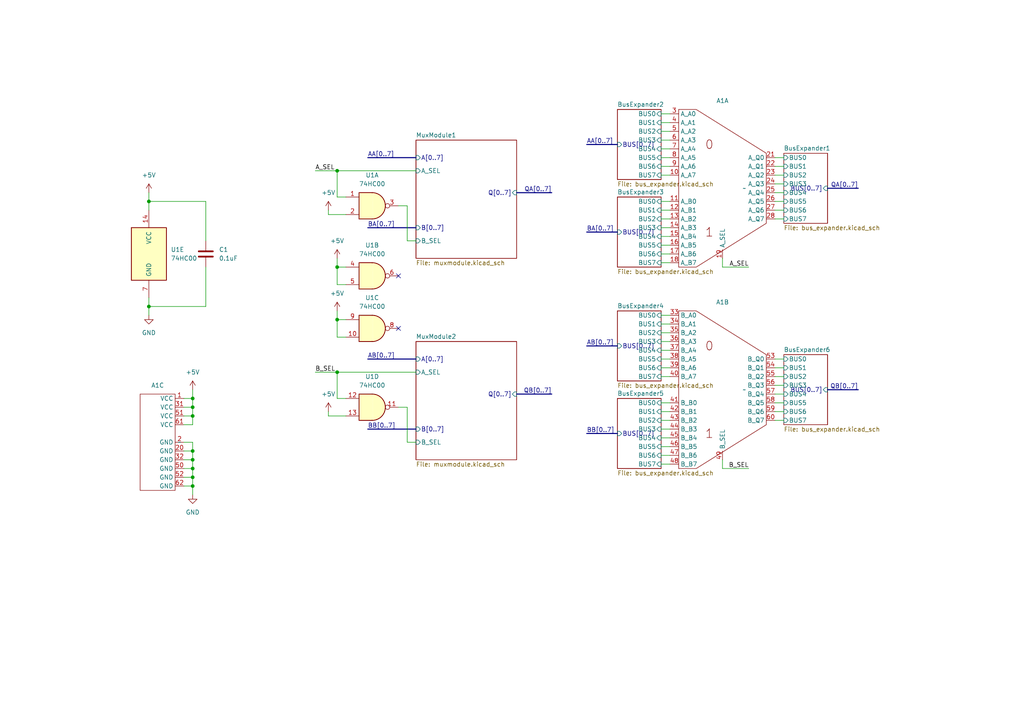
<source format=kicad_sch>
(kicad_sch (version 20230121) (generator eeschema)
  (paper "A4")
  (lib_symbols
    (symbol "74xx:74HC00" (pin_names (offset 1.016))
      (property "Reference" "U" (at 0 1.27 0))
      (property "Value" "74HC00" (at 0 -1.27 0))
      (symbol "74HC00_1_1"
        (arc (start 0 -3.81) (mid 3.7934 0) (end 0 3.81) (stroke (width 0.254)) (fill (type background)))
        (polyline (pts (xy 0 3.81) (xy -3.81 3.81) (xy -3.81 -3.81) (xy 0 -3.81)) (stroke (width 0.254)) (fill (type background)))
        (pin input line (at -7.62 2.54 0) (length 3.81) (name "~") (number "1"))
        (pin input line (at -7.62 -2.54 0) (length 3.81) (name "~") (number "2"))
        (pin output inverted (at 7.62 0 180) (length 3.81) (name "~") (number "3"))
      )
      (symbol "74HC00_1_2"
        (arc (start -3.81 -3.81) (mid -2.589 0) (end -3.81 3.81) (stroke (width 0.254)))
        (arc (start -0.6096 -3.81) (mid 2.1842 -2.5851) (end 3.81 0) (stroke (width 0.254)) (fill (type background)))
        (polyline (pts (xy -3.81 -3.81) (xy -0.635 -3.81)) (stroke (width 0.254)) (fill (type background)))
        (polyline (pts (xy -3.81 3.81) (xy -0.635 3.81)) (stroke (width 0.254)) (fill (type background)))
        (polyline (pts (xy -0.635 3.81) (xy -3.81 3.81) (xy -3.81 3.81) (xy -3.556 3.4036) (xy -3.0226 2.2606) (xy -2.6924 1.0414) (xy -2.6162 -0.254) (xy -2.7686 -1.4986) (xy -3.175 -2.7178) (xy -3.81 -3.81) (xy -3.81 -3.81) (xy -0.635 -3.81)) (stroke (width -25.4)) (fill (type background)))
        (arc (start 3.81 0) (mid 2.1915 2.5936) (end -0.6096 3.81) (stroke (width 0.254)) (fill (type background)))
        (pin input inverted (at -7.62 2.54 0) (length 4.318) (name "~") (number "1"))
        (pin input inverted (at -7.62 -2.54 0) (length 4.318) (name "~") (number "2"))
        (pin output line (at 7.62 0 180) (length 3.81) (name "~") (number "3"))
      )
      (symbol "74HC00_2_1"
        (arc (start 0 -3.81) (mid 3.7934 0) (end 0 3.81) (stroke (width 0.254)) (fill (type background)))
        (polyline (pts (xy 0 3.81) (xy -3.81 3.81) (xy -3.81 -3.81) (xy 0 -3.81)) (stroke (width 0.254)) (fill (type background)))
        (pin input line (at -7.62 2.54 0) (length 3.81) (name "~") (number "4"))
        (pin input line (at -7.62 -2.54 0) (length 3.81) (name "~") (number "5"))
        (pin output inverted (at 7.62 0 180) (length 3.81) (name "~") (number "6"))
      )
      (symbol "74HC00_2_2"
        (arc (start -3.81 -3.81) (mid -2.589 0) (end -3.81 3.81) (stroke (width 0.254)))
        (arc (start -0.6096 -3.81) (mid 2.1842 -2.5851) (end 3.81 0) (stroke (width 0.254)) (fill (type background)))
        (polyline (pts (xy -3.81 -3.81) (xy -0.635 -3.81)) (stroke (width 0.254)) (fill (type background)))
        (polyline (pts (xy -3.81 3.81) (xy -0.635 3.81)) (stroke (width 0.254)) (fill (type background)))
        (polyline (pts (xy -0.635 3.81) (xy -3.81 3.81) (xy -3.81 3.81) (xy -3.556 3.4036) (xy -3.0226 2.2606) (xy -2.6924 1.0414) (xy -2.6162 -0.254) (xy -2.7686 -1.4986) (xy -3.175 -2.7178) (xy -3.81 -3.81) (xy -3.81 -3.81) (xy -0.635 -3.81)) (stroke (width -25.4)) (fill (type background)))
        (arc (start 3.81 0) (mid 2.1915 2.5936) (end -0.6096 3.81) (stroke (width 0.254)) (fill (type background)))
        (pin input inverted (at -7.62 2.54 0) (length 4.318) (name "~") (number "4"))
        (pin input inverted (at -7.62 -2.54 0) (length 4.318) (name "~") (number "5"))
        (pin output line (at 7.62 0 180) (length 3.81) (name "~") (number "6"))
      )
      (symbol "74HC00_3_1"
        (arc (start 0 -3.81) (mid 3.7934 0) (end 0 3.81) (stroke (width 0.254)) (fill (type background)))
        (polyline (pts (xy 0 3.81) (xy -3.81 3.81) (xy -3.81 -3.81) (xy 0 -3.81)) (stroke (width 0.254)) (fill (type background)))
        (pin input line (at -7.62 -2.54 0) (length 3.81) (name "~") (number "10"))
        (pin output inverted (at 7.62 0 180) (length 3.81) (name "~") (number "8"))
        (pin input line (at -7.62 2.54 0) (length 3.81) (name "~") (number "9"))
      )
      (symbol "74HC00_3_2"
        (arc (start -3.81 -3.81) (mid -2.589 0) (end -3.81 3.81) (stroke (width 0.254)))
        (arc (start -0.6096 -3.81) (mid 2.1842 -2.5851) (end 3.81 0) (stroke (width 0.254)) (fill (type background)))
        (polyline (pts (xy -3.81 -3.81) (xy -0.635 -3.81)) (stroke (width 0.254)) (fill (type background)))
        (polyline (pts (xy -3.81 3.81) (xy -0.635 3.81)) (stroke (width 0.254)) (fill (type background)))
        (polyline (pts (xy -0.635 3.81) (xy -3.81 3.81) (xy -3.81 3.81) (xy -3.556 3.4036) (xy -3.0226 2.2606) (xy -2.6924 1.0414) (xy -2.6162 -0.254) (xy -2.7686 -1.4986) (xy -3.175 -2.7178) (xy -3.81 -3.81) (xy -3.81 -3.81) (xy -0.635 -3.81)) (stroke (width -25.4)) (fill (type background)))
        (arc (start 3.81 0) (mid 2.1915 2.5936) (end -0.6096 3.81) (stroke (width 0.254)) (fill (type background)))
        (pin input inverted (at -7.62 -2.54 0) (length 4.318) (name "~") (number "10"))
        (pin output line (at 7.62 0 180) (length 3.81) (name "~") (number "8"))
        (pin input inverted (at -7.62 2.54 0) (length 4.318) (name "~") (number "9"))
      )
      (symbol "74HC00_4_1"
        (arc (start 0 -3.81) (mid 3.7934 0) (end 0 3.81) (stroke (width 0.254)) (fill (type background)))
        (polyline (pts (xy 0 3.81) (xy -3.81 3.81) (xy -3.81 -3.81) (xy 0 -3.81)) (stroke (width 0.254)) (fill (type background)))
        (pin output inverted (at 7.62 0 180) (length 3.81) (name "~") (number "11"))
        (pin input line (at -7.62 2.54 0) (length 3.81) (name "~") (number "12"))
        (pin input line (at -7.62 -2.54 0) (length 3.81) (name "~") (number "13"))
      )
      (symbol "74HC00_4_2"
        (arc (start -3.81 -3.81) (mid -2.589 0) (end -3.81 3.81) (stroke (width 0.254)))
        (arc (start -0.6096 -3.81) (mid 2.1842 -2.5851) (end 3.81 0) (stroke (width 0.254)) (fill (type background)))
        (polyline (pts (xy -3.81 -3.81) (xy -0.635 -3.81)) (stroke (width 0.254)) (fill (type background)))
        (polyline (pts (xy -3.81 3.81) (xy -0.635 3.81)) (stroke (width 0.254)) (fill (type background)))
        (polyline (pts (xy -0.635 3.81) (xy -3.81 3.81) (xy -3.81 3.81) (xy -3.556 3.4036) (xy -3.0226 2.2606) (xy -2.6924 1.0414) (xy -2.6162 -0.254) (xy -2.7686 -1.4986) (xy -3.175 -2.7178) (xy -3.81 -3.81) (xy -3.81 -3.81) (xy -0.635 -3.81)) (stroke (width -25.4)) (fill (type background)))
        (arc (start 3.81 0) (mid 2.1915 2.5936) (end -0.6096 3.81) (stroke (width 0.254)) (fill (type background)))
        (pin output line (at 7.62 0 180) (length 3.81) (name "~") (number "11"))
        (pin input inverted (at -7.62 2.54 0) (length 4.318) (name "~") (number "12"))
        (pin input inverted (at -7.62 -2.54 0) (length 4.318) (name "~") (number "13"))
      )
      (symbol "74HC00_5_0"
        (pin power_in line (at 0 12.7 270) (length 5.08) (name "VCC") (number "14"))
        (pin power_in line (at 0 -12.7 90) (length 5.08) (name "GND") (number "7"))
      )
      (symbol "74HC00_5_1"
        (rectangle (start -5.08 7.62) (end 5.08 -7.62) (stroke (width 0.254)) (fill (type background)))
      )
    )
    (symbol "Connector_Nandy:Dual_Mux_CardEdge"
      (property "Reference" "A" (at 0 24.13 0))
      (symbol "Dual_Mux_CardEdge_1_1"
        (polyline (pts (xy -12.7 22.86) (xy -12.7 -22.86)))
        (polyline (pts (xy 12.7 10.16) (xy 12.7 -10.16)))
        (polyline (pts (xy 12.7 -10.16) (xy -7.62 -22.86) (xy -12.7 -22.86)))
        (polyline (pts (xy 12.7 10.16) (xy -7.62 22.86) (xy -12.7 22.86)))
        (text "0" (at -3.81 12.7 0) (effects (font (size 2.54 2.54))))
        (text "1" (at -3.81 -12.7 0) (effects (font (size 2.54 2.54))))
        (pin output line (at -15.24 3.81 0) (length 2.54) (name "A_A7") (number "10"))
        (pin output line (at -15.24 -3.81 0) (length 2.54) (name "A_B0") (number "11"))
        (pin output line (at -15.24 -6.35 0) (length 2.54) (name "A_B1") (number "12"))
        (pin output line (at -15.24 -8.89 0) (length 2.54) (name "A_B2") (number "13"))
        (pin output line (at -15.24 -11.43 0) (length 2.54) (name "A_B3") (number "14"))
        (pin output line (at -15.24 -13.97 0) (length 2.54) (name "A_B4") (number "15"))
        (pin output line (at -15.24 -16.51 0) (length 2.54) (name "A_B5") (number "16"))
        (pin output line (at -15.24 -19.05 0) (length 2.54) (name "A_B6") (number "17"))
        (pin output line (at -15.24 -21.59 0) (length 2.54) (name "A_B7") (number "18"))
        (pin output line (at 0 -20.32 90) (length 2.54) (name "A_SEL") (number "19"))
        (pin input line (at 15.24 8.89 180) (length 2.54) (name "A_Q0") (number "21"))
        (pin input line (at 15.24 6.35 180) (length 2.54) (name "A_Q1") (number "22"))
        (pin input line (at 15.24 3.81 180) (length 2.54) (name "A_Q2") (number "23"))
        (pin input line (at 15.24 1.27 180) (length 2.54) (name "A_Q3") (number "24"))
        (pin input line (at 15.24 -1.27 180) (length 2.54) (name "A_Q4") (number "25"))
        (pin input line (at 15.24 -3.81 180) (length 2.54) (name "A_Q5") (number "26"))
        (pin input line (at 15.24 -6.35 180) (length 2.54) (name "A_Q6") (number "27"))
        (pin input line (at 15.24 -8.89 180) (length 2.54) (name "A_Q7") (number "28"))
        (pin output line (at -15.24 21.59 0) (length 2.54) (name "A_A0") (number "3"))
        (pin output line (at -15.24 19.05 0) (length 2.54) (name "A_A1") (number "4"))
        (pin output line (at -15.24 16.51 0) (length 2.54) (name "A_A2") (number "5"))
        (pin output line (at -15.24 13.97 0) (length 2.54) (name "A_A3") (number "6"))
        (pin output line (at -15.24 11.43 0) (length 2.54) (name "A_A4") (number "7"))
        (pin output line (at -15.24 8.89 0) (length 2.54) (name "A_A5") (number "8"))
        (pin output line (at -15.24 6.35 0) (length 2.54) (name "A_A6") (number "9"))
      )
      (symbol "Dual_Mux_CardEdge_2_1"
        (polyline (pts (xy -12.7 22.86) (xy -12.7 -22.86)))
        (polyline (pts (xy 12.7 10.16) (xy 12.7 -10.16)))
        (polyline (pts (xy 12.7 -10.16) (xy -7.62 -22.86) (xy -12.7 -22.86)))
        (polyline (pts (xy 12.7 10.16) (xy -7.62 22.86) (xy -12.7 22.86)))
        (text "0" (at -3.81 12.7 0) (effects (font (size 2.54 2.54))))
        (text "1" (at -3.81 -12.7 0) (effects (font (size 2.54 2.54))))
        (pin output line (at -15.24 21.59 0) (length 2.54) (name "B_A0") (number "33"))
        (pin output line (at -15.24 19.05 0) (length 2.54) (name "B_A1") (number "34"))
        (pin output line (at -15.24 16.51 0) (length 2.54) (name "B_A2") (number "35"))
        (pin output line (at -15.24 13.97 0) (length 2.54) (name "B_A3") (number "36"))
        (pin output line (at -15.24 11.43 0) (length 2.54) (name "B_A4") (number "37"))
        (pin output line (at -15.24 8.89 0) (length 2.54) (name "B_A5") (number "38"))
        (pin output line (at -15.24 6.35 0) (length 2.54) (name "B_A6") (number "39"))
        (pin output line (at -15.24 3.81 0) (length 2.54) (name "B_A7") (number "40"))
        (pin output line (at -15.24 -3.81 0) (length 2.54) (name "B_B0") (number "41"))
        (pin output line (at -15.24 -6.35 0) (length 2.54) (name "B_B1") (number "42"))
        (pin output line (at -15.24 -8.89 0) (length 2.54) (name "B_B2") (number "43"))
        (pin output line (at -15.24 -11.43 0) (length 2.54) (name "B_B3") (number "44"))
        (pin output line (at -15.24 -13.97 0) (length 2.54) (name "B_B4") (number "45"))
        (pin output line (at -15.24 -16.51 0) (length 2.54) (name "B_B5") (number "46"))
        (pin output line (at -15.24 -19.05 0) (length 2.54) (name "B_B6") (number "47"))
        (pin output line (at -15.24 -21.59 0) (length 2.54) (name "B_B7") (number "48"))
        (pin output line (at 0 -20.32 90) (length 2.54) (name "B_SEL") (number "49"))
        (pin input line (at 15.24 8.89 180) (length 2.54) (name "B_Q0") (number "53"))
        (pin input line (at 15.24 6.35 180) (length 2.54) (name "B_Q1") (number "54"))
        (pin input line (at 15.24 3.81 180) (length 2.54) (name "B_Q2") (number "55"))
        (pin input line (at 15.24 1.27 180) (length 2.54) (name "B_Q3") (number "56"))
        (pin input line (at 15.24 -1.27 180) (length 2.54) (name "B_Q4") (number "57"))
        (pin input line (at 15.24 -3.81 180) (length 2.54) (name "B_Q5") (number "58"))
        (pin input line (at 15.24 -6.35 180) (length 2.54) (name "B_Q6") (number "59"))
        (pin input line (at 15.24 -8.89 180) (length 2.54) (name "B_Q7") (number "60"))
      )
      (symbol "Dual_Mux_CardEdge_3_1"
        (rectangle (start -5.08 13.97) (end 5.08 -13.97))
        (pin power_out line (at 7.62 12.7 180) (length 2.54) (name "VCC") (number "1"))
        (pin power_out line (at 7.62 0 180) (length 2.54) (name "GND") (number "2"))
        (pin passive line (at 7.62 -2.54 180) (length 2.54) (name "GND") (number "20"))
        (pin passive line (at 7.62 10.16 180) (length 2.54) (name "VCC") (number "31"))
        (pin passive line (at 7.62 -5.08 180) (length 2.54) (name "GND") (number "32"))
        (pin passive line (at 7.62 -7.62 180) (length 2.54) (name "GND") (number "50"))
        (pin passive line (at 7.62 7.62 180) (length 2.54) (name "VCC") (number "51"))
        (pin passive line (at 7.62 -10.16 180) (length 2.54) (name "GND") (number "52"))
        (pin passive line (at 7.62 5.08 180) (length 2.54) (name "VCC") (number "61"))
        (pin passive line (at 7.62 -12.7 180) (length 2.54) (name "GND") (number "62"))
      )
    )
    (symbol "Device:C" (pin_numbers hide) (pin_names (offset 0.254))
      (property "Reference" "C" (at 0.635 2.54 0))
      (property "Value" "C" (at 0.635 -2.54 0))
      (symbol "C_0_1"
        (polyline (pts (xy -2.032 -0.762) (xy 2.032 -0.762)) (stroke (width 0.508)))
        (polyline (pts (xy -2.032 0.762) (xy 2.032 0.762)) (stroke (width 0.508)))
      )
      (symbol "C_1_1"
        (pin passive line (at 0 3.81 270) (length 2.794) (name "~") (number "1"))
        (pin passive line (at 0 -3.81 90) (length 2.794) (name "~") (number "2"))
      )
    )
    (symbol "power:+5V" (power) (pin_names (offset 0))
      (property "Value" "+5V" (at 0 3.556 0))
      (symbol "+5V_0_1"
        (polyline (pts (xy -0.762 1.27) (xy 0 2.54)))
        (polyline (pts (xy 0 0) (xy 0 2.54)))
        (polyline (pts (xy 0 2.54) (xy 0.762 1.27)))
      )
      (symbol "+5V_1_1"
        (pin power_in line (at 0 0 90) (length 0) hide (name "+5V") (number "1"))
      )
    )
    (symbol "power:GND" (power) (pin_names (offset 0))
      (property "Value" "GND" (at 0 -3.81 0))
      (symbol "GND_0_1"
        (polyline (pts (xy 0 0) (xy 0 -1.27) (xy 1.27 -1.27) (xy 0 -2.54) (xy -1.27 -1.27) (xy 0 -1.27)))
      )
      (symbol "GND_1_1"
        (pin power_in line (at 0 0 270) (length 0) hide (name "GND") (number "1"))
      )
    )
  )
  (junction (at 55.88 138.43))
  (junction (at 97.79 49.53))
  (junction (at 55.88 130.81))
  (junction (at 55.88 140.97))
  (junction (at 97.79 77.47))
  (junction (at 55.88 118.11))
  (junction (at 97.79 92.71))
  (junction (at 55.88 133.35))
  (junction (at 97.79 107.95))
  (junction (at 43.18 88.9))
  (junction (at 55.88 120.65))
  (junction (at 55.88 135.89))
  (junction (at 55.88 115.57))
  (junction (at 43.18 58.42))
  (no_connect (at 115.57 80.01))
  (no_connect (at 115.57 95.25))
  (wire (pts (xy 95.25 120.65) (xy 95.25 119.38)))
  (wire (pts (xy 191.77 132.08) (xy 194.31 132.08)))
  (wire (pts (xy 53.34 135.89) (xy 55.88 135.89)))
  (wire (pts (xy 115.57 59.69) (xy 118.11 59.69)))
  (wire (pts (xy 55.88 140.97) (xy 55.88 138.43)))
  (wire (pts (xy 55.88 118.11) (xy 55.88 115.57)))
  (bus (pts (xy 170.18 67.31) (xy 179.07 67.31)))
  (wire (pts (xy 191.77 109.22) (xy 194.31 109.22)))
  (wire (pts (xy 224.79 63.5) (xy 227.33 63.5)))
  (wire (pts (xy 55.88 123.19) (xy 55.88 120.65)))
  (wire (pts (xy 118.11 118.11) (xy 118.11 128.27)))
  (wire (pts (xy 224.79 109.22) (xy 227.33 109.22)))
  (wire (pts (xy 209.55 74.93) (xy 209.55 77.47)))
  (wire (pts (xy 191.77 106.68) (xy 194.31 106.68)))
  (wire (pts (xy 224.79 116.84) (xy 227.33 116.84)))
  (wire (pts (xy 224.79 48.26) (xy 227.33 48.26)))
  (wire (pts (xy 100.33 115.57) (xy 97.79 115.57)))
  (wire (pts (xy 191.77 99.06) (xy 194.31 99.06)))
  (wire (pts (xy 191.77 121.92) (xy 194.31 121.92)))
  (wire (pts (xy 191.77 68.58) (xy 194.31 68.58)))
  (wire (pts (xy 224.79 119.38) (xy 227.33 119.38)))
  (wire (pts (xy 191.77 50.8) (xy 194.31 50.8)))
  (wire (pts (xy 191.77 119.38) (xy 194.31 119.38)))
  (wire (pts (xy 120.65 107.95) (xy 97.79 107.95)))
  (wire (pts (xy 118.11 59.69) (xy 118.11 69.85)))
  (wire (pts (xy 224.79 104.14) (xy 227.33 104.14)))
  (wire (pts (xy 97.79 49.53) (xy 97.79 57.15)))
  (wire (pts (xy 97.79 92.71) (xy 100.33 92.71)))
  (bus (pts (xy 240.03 113.03) (xy 248.92 113.03)))
  (bus (pts (xy 240.03 54.61) (xy 248.92 54.61)))
  (wire (pts (xy 191.77 66.04) (xy 194.31 66.04)))
  (wire (pts (xy 55.88 133.35) (xy 55.88 130.81)))
  (wire (pts (xy 53.34 118.11) (xy 55.88 118.11)))
  (wire (pts (xy 224.79 58.42) (xy 227.33 58.42)))
  (wire (pts (xy 53.34 140.97) (xy 55.88 140.97)))
  (wire (pts (xy 191.77 45.72) (xy 194.31 45.72)))
  (wire (pts (xy 224.79 55.88) (xy 227.33 55.88)))
  (wire (pts (xy 53.34 120.65) (xy 55.88 120.65)))
  (bus (pts (xy 170.18 125.73) (xy 179.07 125.73)))
  (wire (pts (xy 59.69 58.42) (xy 43.18 58.42)))
  (wire (pts (xy 43.18 55.88) (xy 43.18 58.42)))
  (wire (pts (xy 55.88 130.81) (xy 53.34 130.81)))
  (wire (pts (xy 55.88 128.27) (xy 55.88 130.81)))
  (wire (pts (xy 224.79 106.68) (xy 227.33 106.68)))
  (bus (pts (xy 106.68 45.72) (xy 120.65 45.72)))
  (bus (pts (xy 170.18 41.91) (xy 179.07 41.91)))
  (wire (pts (xy 209.55 133.35) (xy 209.55 135.89)))
  (wire (pts (xy 224.79 60.96) (xy 227.33 60.96)))
  (wire (pts (xy 191.77 116.84) (xy 194.31 116.84)))
  (wire (pts (xy 55.88 115.57) (xy 55.88 113.03)))
  (wire (pts (xy 59.69 77.47) (xy 59.69 88.9)))
  (wire (pts (xy 100.33 97.79) (xy 97.79 97.79)))
  (wire (pts (xy 191.77 134.62) (xy 194.31 134.62)))
  (bus (pts (xy 106.68 66.04) (xy 120.65 66.04)))
  (wire (pts (xy 191.77 63.5) (xy 194.31 63.5)))
  (bus (pts (xy 106.68 124.46) (xy 120.65 124.46)))
  (wire (pts (xy 191.77 43.18) (xy 194.31 43.18)))
  (wire (pts (xy 59.69 88.9) (xy 43.18 88.9)))
  (wire (pts (xy 191.77 93.98) (xy 194.31 93.98)))
  (wire (pts (xy 224.79 45.72) (xy 227.33 45.72)))
  (wire (pts (xy 191.77 58.42) (xy 194.31 58.42)))
  (wire (pts (xy 97.79 77.47) (xy 97.79 74.93)))
  (wire (pts (xy 209.55 77.47) (xy 217.17 77.47)))
  (wire (pts (xy 115.57 118.11) (xy 118.11 118.11)))
  (wire (pts (xy 43.18 58.42) (xy 43.18 60.96)))
  (wire (pts (xy 97.79 82.55) (xy 97.79 77.47)))
  (wire (pts (xy 95.25 62.23) (xy 95.25 60.96)))
  (wire (pts (xy 97.79 90.17) (xy 97.79 92.71)))
  (wire (pts (xy 191.77 91.44) (xy 194.31 91.44)))
  (wire (pts (xy 53.34 133.35) (xy 55.88 133.35)))
  (wire (pts (xy 55.88 138.43) (xy 55.88 135.89)))
  (wire (pts (xy 118.11 69.85) (xy 120.65 69.85)))
  (wire (pts (xy 55.88 143.51) (xy 55.88 140.97)))
  (wire (pts (xy 43.18 88.9) (xy 43.18 91.44)))
  (wire (pts (xy 97.79 49.53) (xy 120.65 49.53)))
  (wire (pts (xy 191.77 40.64) (xy 194.31 40.64)))
  (wire (pts (xy 224.79 111.76) (xy 227.33 111.76)))
  (wire (pts (xy 191.77 96.52) (xy 194.31 96.52)))
  (wire (pts (xy 118.11 128.27) (xy 120.65 128.27)))
  (wire (pts (xy 224.79 53.34) (xy 227.33 53.34)))
  (wire (pts (xy 191.77 129.54) (xy 194.31 129.54)))
  (wire (pts (xy 97.79 97.79) (xy 97.79 92.71)))
  (wire (pts (xy 224.79 50.8) (xy 227.33 50.8)))
  (wire (pts (xy 55.88 120.65) (xy 55.88 118.11)))
  (wire (pts (xy 191.77 76.2) (xy 194.31 76.2)))
  (wire (pts (xy 191.77 73.66) (xy 194.31 73.66)))
  (wire (pts (xy 53.34 128.27) (xy 55.88 128.27)))
  (wire (pts (xy 224.79 114.3) (xy 227.33 114.3)))
  (wire (pts (xy 97.79 115.57) (xy 97.79 107.95)))
  (wire (pts (xy 191.77 104.14) (xy 194.31 104.14)))
  (wire (pts (xy 97.79 57.15) (xy 100.33 57.15)))
  (wire (pts (xy 191.77 127) (xy 194.31 127)))
  (wire (pts (xy 224.79 121.92) (xy 227.33 121.92)))
  (wire (pts (xy 191.77 124.46) (xy 194.31 124.46)))
  (bus (pts (xy 170.18 100.33) (xy 179.07 100.33)))
  (wire (pts (xy 59.69 69.85) (xy 59.69 58.42)))
  (wire (pts (xy 100.33 62.23) (xy 95.25 62.23)))
  (wire (pts (xy 53.34 138.43) (xy 55.88 138.43)))
  (wire (pts (xy 100.33 120.65) (xy 95.25 120.65)))
  (wire (pts (xy 91.44 49.53) (xy 97.79 49.53)))
  (wire (pts (xy 209.55 135.89) (xy 217.17 135.89)))
  (bus (pts (xy 149.86 55.88) (xy 160.02 55.88)))
  (wire (pts (xy 97.79 77.47) (xy 100.33 77.47)))
  (wire (pts (xy 43.18 88.9) (xy 43.18 86.36)))
  (wire (pts (xy 191.77 101.6) (xy 194.31 101.6)))
  (wire (pts (xy 191.77 33.02) (xy 194.31 33.02)))
  (wire (pts (xy 91.44 107.95) (xy 97.79 107.95)))
  (wire (pts (xy 191.77 60.96) (xy 194.31 60.96)))
  (wire (pts (xy 53.34 123.19) (xy 55.88 123.19)))
  (wire (pts (xy 191.77 35.56) (xy 194.31 35.56)))
  (wire (pts (xy 191.77 48.26) (xy 194.31 48.26)))
  (wire (pts (xy 191.77 71.12) (xy 194.31 71.12)))
  (bus (pts (xy 149.86 114.3) (xy 160.02 114.3)))
  (wire (pts (xy 191.77 38.1) (xy 194.31 38.1)))
  (bus (pts (xy 106.68 104.14) (xy 120.65 104.14)))
  (wire (pts (xy 53.34 115.57) (xy 55.88 115.57)))
  (wire (pts (xy 100.33 82.55) (xy 97.79 82.55)))
  (wire (pts (xy 55.88 135.89) (xy 55.88 133.35)))
  (label "BA[0..7]" (at 106.68 66.04 0))
  (label "BB[0..7]" (at 106.68 124.46 0))
  (label "BB[0..7]" (at 170.18 125.73 0))
  (label "A_SEL" (at 91.44 49.53 0))
  (label "A_SEL" (at 217.17 77.47 180))
  (label "AA[0..7]" (at 106.68 45.72 0))
  (label "QB[0..7]" (at 160.02 114.3 180))
  (label "B_SEL" (at 91.44 107.95 0))
  (label "AA[0..7]" (at 170.18 41.91 0))
  (label "B_SEL" (at 217.17 135.89 180))
  (label "QB[0..7]" (at 248.92 113.03 180))
  (label "AB[0..7]" (at 170.18 100.33 0))
  (label "BA[0..7]" (at 170.18 67.31 0))
  (label "QA[0..7]" (at 248.92 54.61 180))
  (label "AB[0..7]" (at 106.68 104.14 0))
  (label "QA[0..7]" (at 160.02 55.88 180))
  (symbol (lib_id "74xx:74HC00") (at 107.95 118.11 0) (unit 4)
    (property "Reference" "U1" (at 107.9417 109.22 0))
    (property "Value" "74HC00" (at 107.9417 111.76 0))
    (property "Footprint" "Package_DIP:DIP-14_W7.62mm_Socket" (effects hide))
    (property "Datasheet" "http://www.ti.com/lit/gpn/sn74hc00" (effects hide))
  )
  (symbol (lib_id "74xx:74HC00") (at 43.18 73.66 0) (unit 5)
    (property "Reference" "U1" (at 49.53 72.39 0) (effects (justify left)))
    (property "Value" "74HC00" (at 49.53 74.93 0) (effects (justify left)))
    (property "Footprint" "Package_DIP:DIP-14_W7.62mm_Socket" (effects hide))
    (property "Datasheet" "http://www.ti.com/lit/gpn/sn74hc00" (effects hide))
  )
  (symbol (lib_id "power:+5V") (at 95.25 119.38 0) (unit 1)
    (property "Reference" "#PWR04" (effects hide))
    (property "Value" "+5V" (at 95.25 114.3 0))
  )
  (symbol (lib_id "Device:C") (at 59.69 73.66 0) (unit 1)
    (property "Reference" "C1" (at 63.5 72.3899 0) (effects (justify left)))
    (property "Value" "0.1uF" (at 63.5 74.9299 0) (effects (justify left)))
    (property "Footprint" "Capacitor_THT:C_Disc_D4.3mm_W1.9mm_P5.00mm" (effects hide))
  )
  (symbol (lib_id "74xx:74HC00") (at 107.95 95.25 0) (unit 3)
    (property "Reference" "U1" (at 107.9417 86.36 0))
    (property "Value" "74HC00" (at 107.9417 88.9 0))
    (property "Footprint" "Package_DIP:DIP-14_W7.62mm_Socket" (effects hide))
    (property "Datasheet" "http://www.ti.com/lit/gpn/sn74hc00" (effects hide))
  )
  (symbol (lib_id "power:+5V") (at 95.25 60.96 0) (unit 1)
    (property "Reference" "#PWR03" (effects hide))
    (property "Value" "+5V" (at 95.25 55.88 0))
  )
  (symbol (lib_id "power:+5V") (at 55.88 113.03 0) (unit 1)
    (property "Reference" "#PWR031" (effects hide))
    (property "Value" "+5V" (at 55.88 107.95 0))
  )
  (symbol (lib_id "74xx:74HC00") (at 107.95 80.01 0) (unit 2)
    (property "Reference" "U1" (at 107.9417 71.12 0))
    (property "Value" "74HC00" (at 107.9417 73.66 0))
    (property "Footprint" "Package_DIP:DIP-14_W7.62mm_Socket" (effects hide))
    (property "Datasheet" "http://www.ti.com/lit/gpn/sn74hc00" (effects hide))
  )
  (symbol (lib_id "74xx:74HC00") (at 107.95 59.69 0) (unit 1)
    (property "Reference" "U1" (at 107.9417 50.8 0))
    (property "Value" "74HC00" (at 107.9417 53.34 0))
    (property "Footprint" "Package_DIP:DIP-14_W7.62mm_Socket" (effects hide))
    (property "Datasheet" "http://www.ti.com/lit/gpn/sn74hc00" (effects hide))
  )
  (symbol (lib_id "power:+5V") (at 43.18 55.88 0) (unit 1)
    (property "Reference" "#PWR01" (effects hide))
    (property "Value" "+5V" (at 43.18 50.8 0))
  )
  (symbol (lib_id "power:GND") (at 55.88 143.51 0) (unit 1)
    (property "Reference" "#PWR032" (effects hide))
    (property "Value" "GND" (at 55.88 148.59 0))
  )
  (symbol (lib_id "Connector_Nandy:Dual_Mux_CardEdge") (at 45.72 128.27 0) (unit 3)
    (property "Reference" "A1" (at 45.72 111.76 0))
    (property "Value" "~" (at 52.07 128.27 0))
  )
  (symbol (lib_id "power:+5V") (at 97.79 90.17 0) (unit 1)
    (property "Reference" "#PWR06" (effects hide))
    (property "Value" "+5V" (at 97.79 85.09 0))
  )
  (symbol (lib_id "Connector_Nandy:Dual_Mux_CardEdge") (at 209.55 113.03 0) (unit 2)
    (property "Reference" "A1" (at 209.55 87.63 0))
    (property "Value" "~" (at 215.9 113.03 0))
  )
  (symbol (lib_id "power:+5V") (at 97.79 74.93 0) (unit 1)
    (property "Reference" "#PWR05" (effects hide))
    (property "Value" "+5V" (at 97.79 69.85 0))
  )
  (symbol (lib_id "Connector_Nandy:Dual_Mux_CardEdge") (at 209.55 54.61 0) (unit 1)
    (property "Reference" "A1" (at 209.55 29.21 0))
    (property "Value" "~" (at 215.9 54.61 0))
  )
  (symbol (lib_id "power:GND") (at 43.18 91.44 0) (unit 1)
    (property "Reference" "#PWR02" (effects hide))
    (property "Value" "GND" (at 43.18 96.52 0))
  )
  (sheet (at 120.65 99.06) (size 29.21 34.29) (stroke (width 0.1524))
    (property "Sheetname" "MuxModule2" (at 120.65 98.3484 0) (effects (justify left bottom)))
    (property "Sheetfile" "muxmodule.kicad_sch" (at 120.65 133.9346 0) (effects (justify left top)))
    (pin "B_SEL" input (at 120.65 128.27 180))
    (pin "A_SEL" input (at 120.65 107.95 180))
    (pin "A[0..7]" input (at 120.65 104.14 180))
    (pin "B[0..7]" input (at 120.65 124.46 180))
    (pin "Q[0..7]" input (at 149.86 114.3 0))
  )
  (sheet (at 179.07 31.75) (size 12.7 20.32) (stroke (width 0.1524))
    (property "Sheetname" "BusExpander2" (at 179.07 31.0384 0) (effects (justify left bottom)))
    (property "Sheetfile" "bus_expander.kicad_sch" (at 179.07 52.6546 0) (effects (justify left top)))
    (pin "BUS[0..7]" input (at 179.07 41.91 180))
    (pin "BUS4" input (at 191.77 43.18 0))
    (pin "BUS5" input (at 191.77 45.72 0))
    (pin "BUS6" input (at 191.77 48.26 0))
    (pin "BUS7" input (at 191.77 50.8 0))
    (pin "BUS0" input (at 191.77 33.02 0))
    (pin "BUS1" input (at 191.77 35.56 0))
    (pin "BUS3" input (at 191.77 40.64 0))
    (pin "BUS2" input (at 191.77 38.1 0))
  )
  (sheet (at 179.07 57.15) (size 12.7 20.32) (stroke (width 0.1524))
    (property "Sheetname" "BusExpander3" (at 179.07 56.4384 0) (effects (justify left bottom)))
    (property "Sheetfile" "bus_expander.kicad_sch" (at 179.07 78.0546 0) (effects (justify left top)))
    (pin "BUS[0..7]" input (at 179.07 67.31 180))
    (pin "BUS4" input (at 191.77 68.58 0))
    (pin "BUS5" input (at 191.77 71.12 0))
    (pin "BUS6" input (at 191.77 73.66 0))
    (pin "BUS7" input (at 191.77 76.2 0))
    (pin "BUS0" input (at 191.77 58.42 0))
    (pin "BUS1" input (at 191.77 60.96 0))
    (pin "BUS3" input (at 191.77 66.04 0))
    (pin "BUS2" input (at 191.77 63.5 0))
  )
  (sheet (at 120.65 40.64) (size 29.21 34.29) (stroke (width 0.1524))
    (property "Sheetname" "MuxModule1" (at 120.65 39.9284 0) (effects (justify left bottom)))
    (property "Sheetfile" "muxmodule.kicad_sch" (at 120.65 75.5146 0) (effects (justify left top)))
    (pin "B_SEL" input (at 120.65 69.85 180))
    (pin "A_SEL" input (at 120.65 49.53 180))
    (pin "A[0..7]" input (at 120.65 45.72 180))
    (pin "B[0..7]" input (at 120.65 66.04 180))
    (pin "Q[0..7]" input (at 149.86 55.88 0))
  )
  (sheet (at 179.07 90.17) (size 12.7 20.32) (stroke (width 0.1524))
    (property "Sheetname" "BusExpander4" (at 179.07 89.4584 0) (effects (justify left bottom)))
    (property "Sheetfile" "bus_expander.kicad_sch" (at 179.07 111.0746 0) (effects (justify left top)))
    (pin "BUS[0..7]" input (at 179.07 100.33 180))
    (pin "BUS4" input (at 191.77 101.6 0))
    (pin "BUS5" input (at 191.77 104.14 0))
    (pin "BUS6" input (at 191.77 106.68 0))
    (pin "BUS7" input (at 191.77 109.22 0))
    (pin "BUS0" input (at 191.77 91.44 0))
    (pin "BUS1" input (at 191.77 93.98 0))
    (pin "BUS3" input (at 191.77 99.06 0))
    (pin "BUS2" input (at 191.77 96.52 0))
  )
  (sheet (at 227.33 44.45) (size 12.7 20.32) (stroke (width 0.1524))
    (property "Sheetname" "BusExpander1" (at 227.33 43.7384 0) (effects (justify left bottom)))
    (property "Sheetfile" "bus_expander.kicad_sch" (at 227.33 65.3546 0) (effects (justify left top)))
    (pin "BUS[0..7]" input (at 240.03 54.61 0))
    (pin "BUS4" input (at 227.33 55.88 180))
    (pin "BUS5" input (at 227.33 58.42 180))
    (pin "BUS6" input (at 227.33 60.96 180))
    (pin "BUS7" input (at 227.33 63.5 180))
    (pin "BUS0" input (at 227.33 45.72 180))
    (pin "BUS1" input (at 227.33 48.26 180))
    (pin "BUS3" input (at 227.33 53.34 180))
    (pin "BUS2" input (at 227.33 50.8 180))
  )
  (sheet (at 227.33 102.87) (size 12.7 20.32) (stroke (width 0.1524))
    (property "Sheetname" "BusExpander6" (at 227.33 102.1584 0) (effects (justify left bottom)))
    (property "Sheetfile" "bus_expander.kicad_sch" (at 227.33 123.7746 0) (effects (justify left top)))
    (pin "BUS[0..7]" input (at 240.03 113.03 0))
    (pin "BUS4" input (at 227.33 114.3 180))
    (pin "BUS5" input (at 227.33 116.84 180))
    (pin "BUS6" input (at 227.33 119.38 180))
    (pin "BUS7" input (at 227.33 121.92 180))
    (pin "BUS0" input (at 227.33 104.14 180))
    (pin "BUS1" input (at 227.33 106.68 180))
    (pin "BUS3" input (at 227.33 111.76 180))
    (pin "BUS2" input (at 227.33 109.22 180))
  )
  (sheet (at 179.07 115.57) (size 12.7 20.32) (stroke (width 0.1524))
    (property "Sheetname" "BusExpander5" (at 179.07 114.8584 0) (effects (justify left bottom)))
    (property "Sheetfile" "bus_expander.kicad_sch" (at 179.07 136.4746 0) (effects (justify left top)))
    (pin "BUS[0..7]" input (at 179.07 125.73 180))
    (pin "BUS4" input (at 191.77 127 0))
    (pin "BUS5" input (at 191.77 129.54 0))
    (pin "BUS6" input (at 191.77 132.08 0))
    (pin "BUS7" input (at 191.77 134.62 0))
    (pin "BUS0" input (at 191.77 116.84 0))
    (pin "BUS1" input (at 191.77 119.38 0))
    (pin "BUS3" input (at 191.77 124.46 0))
    (pin "BUS2" input (at 191.77 121.92 0))
  )
)
</source>
